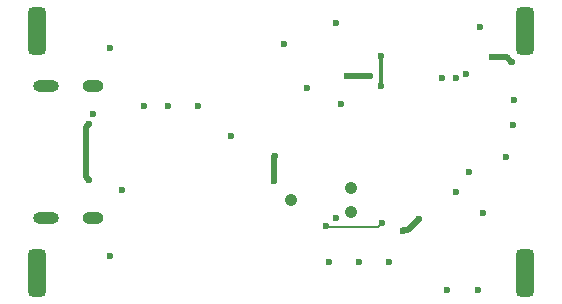
<source format=gbr>
%TF.GenerationSoftware,Altium Limited,DefaultClient, ()*%
G04 Layer_Physical_Order=4*
G04 Layer_Color=16711680*
%FSLAX26Y26*%
%MOIN*%
%TF.SameCoordinates,6A039D1A-918F-4F28-B2A4-8CF1FEB5A529*%
%TF.FilePolarity,Positive*%
%TF.FileFunction,Copper,L4,Bot,Signal*%
%TF.Part,Single*%
G01*
G75*
%TA.AperFunction,Conductor*%
%ADD28C,0.019685*%
%ADD29C,0.011811*%
%ADD32C,0.007874*%
%TA.AperFunction,ComponentPad*%
%ADD33O,0.086614X0.039370*%
%ADD34O,0.070866X0.039370*%
%TA.AperFunction,ViaPad*%
G04:AMPARAMS|DCode=35|XSize=157.48mil|YSize=60mil|CornerRadius=15mil|HoleSize=0mil|Usage=FLASHONLY|Rotation=90.000|XOffset=0mil|YOffset=0mil|HoleType=Round|Shape=RoundedRectangle|*
%AMROUNDEDRECTD35*
21,1,0.157480,0.030000,0,0,90.0*
21,1,0.127480,0.060000,0,0,90.0*
1,1,0.030000,0.015000,0.063740*
1,1,0.030000,0.015000,-0.063740*
1,1,0.030000,-0.015000,-0.063740*
1,1,0.030000,-0.015000,0.063740*
%
%ADD35ROUNDEDRECTD35*%
%TA.AperFunction,ComponentPad*%
%ADD36C,0.042008*%
%TA.AperFunction,ViaPad*%
%ADD37C,0.023622*%
D28*
X768620Y300197D02*
X769685D01*
X752872Y315945D02*
X768620Y300197D01*
X703740Y315945D02*
X752872D01*
X-648622Y-82596D02*
X-637795Y-93423D01*
X-648622Y82596D02*
X-637795Y93423D01*
Y-94488D02*
Y-93423D01*
X-648622Y-82596D02*
Y82596D01*
X-637795Y93423D02*
Y94488D01*
X408233Y-261058D02*
X422997D01*
X407480Y-261811D02*
X408233Y-261058D01*
X422997D02*
X459646Y-224410D01*
X-21161Y-95965D02*
Y-14272D01*
X-21654Y-96457D02*
X-21161Y-95965D01*
Y-14272D02*
X-20669Y-13780D01*
X219488Y252953D02*
X295276D01*
D29*
X334646Y218504D02*
Y318898D01*
D32*
X325112Y-250000D02*
X337598Y-237513D01*
X154528Y-250000D02*
X325112D01*
X337598Y-237513D02*
Y-237205D01*
X151575Y-247047D02*
X154528Y-250000D01*
D33*
X-782480Y221260D02*
D03*
Y-221260D02*
D03*
D34*
X-625000D02*
D03*
Y221260D02*
D03*
D35*
X814961Y402362D02*
D03*
Y-402362D02*
D03*
X-811024D02*
D03*
Y402362D02*
D03*
D36*
X233858Y-198858D02*
D03*
Y-118858D02*
D03*
X33858Y-158858D02*
D03*
D37*
X769685Y300197D02*
D03*
X703740Y315945D02*
D03*
X664528Y416339D02*
D03*
X537402Y247047D02*
D03*
X618110Y260827D02*
D03*
X-637795Y94488D02*
D03*
Y-94488D02*
D03*
X-626968Y125984D02*
D03*
X-527559Y-125984D02*
D03*
X-569882Y-345472D02*
D03*
Y347441D02*
D03*
X184055Y-220472D02*
D03*
X201772Y159449D02*
D03*
X585630Y246063D02*
D03*
X334646Y319882D02*
D03*
X460630Y-223425D02*
D03*
X407480Y-261811D02*
D03*
X750000Y-15748D02*
D03*
X675197Y-204724D02*
D03*
X582677Y-134843D02*
D03*
X625984Y-65748D02*
D03*
X775591Y90551D02*
D03*
X776575Y173228D02*
D03*
X-21654Y-96457D02*
D03*
X-20669Y-13780D02*
D03*
X86614Y213543D02*
D03*
X11811Y360236D02*
D03*
X219488Y252953D02*
D03*
X298228D02*
D03*
X183071Y429134D02*
D03*
X-166339Y53150D02*
D03*
X-375118Y153543D02*
D03*
X-276811D02*
D03*
X-457008D02*
D03*
X359252Y-366142D02*
D03*
X260827D02*
D03*
X151575Y-247047D02*
D03*
X337598Y-237205D02*
D03*
X161417Y-366142D02*
D03*
X657480Y-460630D02*
D03*
X555118D02*
D03*
X334646Y218504D02*
D03*
%TF.MD5,d21691f0af7b7080a52dca9a60cdcaa8*%
M02*

</source>
